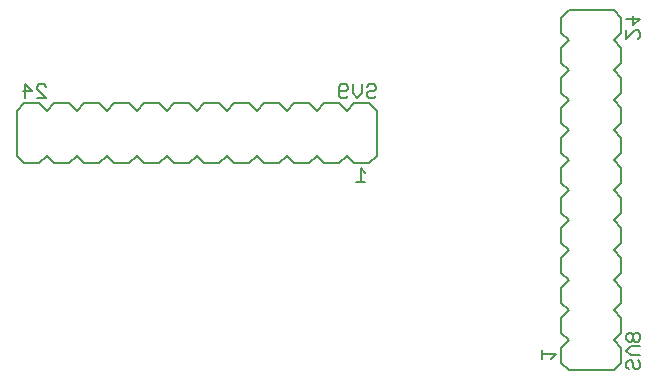
<source format=gbr>
G04 EAGLE Gerber X2 export*
%TF.Part,Single*%
%TF.FileFunction,Legend,Bot,1*%
%TF.FilePolarity,Positive*%
%TF.GenerationSoftware,Autodesk,EAGLE,9.0.1*%
%TF.CreationDate,2018-07-01T13:53:45Z*%
G75*
%MOMM*%
%FSLAX34Y34*%
%LPD*%
%AMOC8*
5,1,8,0,0,1.08239X$1,22.5*%
G01*
%ADD10C,0.152400*%
%ADD11C,0.127000*%


D10*
X313690Y251460D02*
X300990Y251460D01*
X294640Y245110D01*
X288290Y251460D01*
X275590Y251460D01*
X269240Y245110D01*
X313690Y251460D02*
X320040Y245110D01*
X269240Y245110D02*
X262890Y251460D01*
X250190Y251460D01*
X243840Y245110D01*
X237490Y251460D02*
X224790Y251460D01*
X218440Y245110D01*
X212090Y251460D01*
X199390Y251460D01*
X193040Y245110D01*
X237490Y251460D02*
X243840Y245110D01*
X193040Y245110D02*
X186690Y251460D01*
X173990Y251460D01*
X167640Y245110D01*
X294640Y207010D02*
X300990Y200660D01*
X275590Y200660D02*
X269240Y207010D01*
X275590Y200660D02*
X288290Y200660D01*
X294640Y207010D01*
X320040Y207010D02*
X320040Y245110D01*
X320040Y207010D02*
X313690Y200660D01*
X300990Y200660D01*
X250190Y200660D02*
X243840Y207010D01*
X250190Y200660D02*
X262890Y200660D01*
X269240Y207010D01*
X224790Y200660D02*
X218440Y207010D01*
X199390Y200660D02*
X193040Y207010D01*
X199390Y200660D02*
X212090Y200660D01*
X218440Y207010D01*
X237490Y200660D02*
X243840Y207010D01*
X237490Y200660D02*
X224790Y200660D01*
X173990Y200660D02*
X167640Y207010D01*
X173990Y200660D02*
X186690Y200660D01*
X193040Y207010D01*
X161290Y251460D02*
X148590Y251460D01*
X142240Y245110D01*
X135890Y251460D01*
X123190Y251460D01*
X116840Y245110D01*
X161290Y251460D02*
X167640Y245110D01*
X116840Y245110D02*
X110490Y251460D01*
X97790Y251460D01*
X91440Y245110D01*
X85090Y251460D02*
X72390Y251460D01*
X66040Y245110D01*
X59690Y251460D01*
X46990Y251460D01*
X40640Y245110D01*
X85090Y251460D02*
X91440Y245110D01*
X40640Y245110D02*
X34290Y251460D01*
X21590Y251460D01*
X15240Y245110D01*
X15240Y207010D01*
X142240Y207010D02*
X148590Y200660D01*
X123190Y200660D02*
X116840Y207010D01*
X123190Y200660D02*
X135890Y200660D01*
X142240Y207010D01*
X161290Y200660D02*
X167640Y207010D01*
X161290Y200660D02*
X148590Y200660D01*
X97790Y200660D02*
X91440Y207010D01*
X97790Y200660D02*
X110490Y200660D01*
X116840Y207010D01*
X72390Y200660D02*
X66040Y207010D01*
X46990Y200660D02*
X40640Y207010D01*
X46990Y200660D02*
X59690Y200660D01*
X66040Y207010D01*
X85090Y200660D02*
X91440Y207010D01*
X85090Y200660D02*
X72390Y200660D01*
X21590Y200660D02*
X15240Y207010D01*
X21590Y200660D02*
X34290Y200660D01*
X40640Y207010D01*
D11*
X306702Y196225D02*
X310515Y192412D01*
X306702Y196225D02*
X306702Y184785D01*
X310515Y184785D02*
X302889Y184785D01*
X311779Y265438D02*
X313685Y267345D01*
X317498Y267345D01*
X319405Y265438D01*
X319405Y263532D01*
X317498Y261625D01*
X313685Y261625D01*
X311779Y259718D01*
X311779Y257812D01*
X313685Y255905D01*
X317498Y255905D01*
X319405Y257812D01*
X307711Y259718D02*
X307711Y267345D01*
X307711Y259718D02*
X303898Y255905D01*
X300085Y259718D01*
X300085Y267345D01*
X296017Y257812D02*
X294110Y255905D01*
X290297Y255905D01*
X288391Y257812D01*
X288391Y265438D01*
X290297Y267345D01*
X294110Y267345D01*
X296017Y265438D01*
X296017Y263532D01*
X294110Y261625D01*
X288391Y261625D01*
X40005Y255905D02*
X32379Y255905D01*
X40005Y255905D02*
X32379Y263532D01*
X32379Y265438D01*
X34285Y267345D01*
X38098Y267345D01*
X40005Y265438D01*
X22591Y267345D02*
X22591Y255905D01*
X28311Y261625D02*
X22591Y267345D01*
X20685Y261625D02*
X28311Y261625D01*
D10*
X527050Y44450D02*
X527050Y31750D01*
X527050Y44450D02*
X520700Y50800D01*
X527050Y57150D01*
X527050Y69850D01*
X520700Y76200D01*
X527050Y31750D02*
X520700Y25400D01*
X520700Y76200D02*
X527050Y82550D01*
X527050Y95250D01*
X520700Y101600D01*
X527050Y107950D02*
X527050Y120650D01*
X520700Y127000D01*
X527050Y133350D01*
X527050Y146050D01*
X520700Y152400D01*
X527050Y107950D02*
X520700Y101600D01*
X520700Y152400D02*
X527050Y158750D01*
X527050Y171450D01*
X520700Y177800D01*
X482600Y50800D02*
X476250Y44450D01*
X476250Y69850D02*
X482600Y76200D01*
X476250Y69850D02*
X476250Y57150D01*
X482600Y50800D01*
X482600Y25400D02*
X520700Y25400D01*
X482600Y25400D02*
X476250Y31750D01*
X476250Y44450D01*
X476250Y95250D02*
X482600Y101600D01*
X476250Y95250D02*
X476250Y82550D01*
X482600Y76200D01*
X476250Y120650D02*
X482600Y127000D01*
X476250Y146050D02*
X482600Y152400D01*
X476250Y146050D02*
X476250Y133350D01*
X482600Y127000D01*
X476250Y107950D02*
X482600Y101600D01*
X476250Y107950D02*
X476250Y120650D01*
X476250Y171450D02*
X482600Y177800D01*
X476250Y171450D02*
X476250Y158750D01*
X482600Y152400D01*
X527050Y184150D02*
X527050Y196850D01*
X520700Y203200D01*
X527050Y209550D01*
X527050Y222250D01*
X520700Y228600D01*
X527050Y184150D02*
X520700Y177800D01*
X520700Y228600D02*
X527050Y234950D01*
X527050Y247650D01*
X520700Y254000D01*
X527050Y260350D02*
X527050Y273050D01*
X520700Y279400D01*
X527050Y285750D01*
X527050Y298450D01*
X520700Y304800D01*
X527050Y260350D02*
X520700Y254000D01*
X520700Y304800D02*
X527050Y311150D01*
X527050Y323850D01*
X520700Y330200D01*
X482600Y330200D01*
X482600Y203200D02*
X476250Y196850D01*
X476250Y222250D02*
X482600Y228600D01*
X476250Y222250D02*
X476250Y209550D01*
X482600Y203200D01*
X476250Y184150D02*
X482600Y177800D01*
X476250Y184150D02*
X476250Y196850D01*
X476250Y247650D02*
X482600Y254000D01*
X476250Y247650D02*
X476250Y234950D01*
X482600Y228600D01*
X476250Y273050D02*
X482600Y279400D01*
X476250Y298450D02*
X482600Y304800D01*
X476250Y298450D02*
X476250Y285750D01*
X482600Y279400D01*
X476250Y260350D02*
X482600Y254000D01*
X476250Y260350D02*
X476250Y273050D01*
X476250Y323850D02*
X482600Y330200D01*
X476250Y323850D02*
X476250Y311150D01*
X482600Y304800D01*
D11*
X471815Y38738D02*
X468002Y34925D01*
X471815Y38738D02*
X460375Y38738D01*
X460375Y34925D02*
X460375Y42552D01*
X541028Y33662D02*
X542935Y31755D01*
X542935Y27942D01*
X541028Y26035D01*
X539122Y26035D01*
X537215Y27942D01*
X537215Y31755D01*
X535308Y33662D01*
X533402Y33662D01*
X531495Y31755D01*
X531495Y27942D01*
X533402Y26035D01*
X535308Y37729D02*
X542935Y37729D01*
X535308Y37729D02*
X531495Y41542D01*
X535308Y45355D01*
X542935Y45355D01*
X541028Y49423D02*
X542935Y51330D01*
X542935Y55143D01*
X541028Y57049D01*
X539122Y57049D01*
X537215Y55143D01*
X535308Y57049D01*
X533402Y57049D01*
X531495Y55143D01*
X531495Y51330D01*
X533402Y49423D01*
X535308Y49423D01*
X537215Y51330D01*
X539122Y49423D01*
X541028Y49423D01*
X537215Y51330D02*
X537215Y55143D01*
X531495Y305435D02*
X531495Y313062D01*
X531495Y305435D02*
X539122Y313062D01*
X541028Y313062D01*
X542935Y311155D01*
X542935Y307342D01*
X541028Y305435D01*
X542935Y322849D02*
X531495Y322849D01*
X537215Y317129D02*
X542935Y322849D01*
X537215Y324755D02*
X537215Y317129D01*
M02*

</source>
